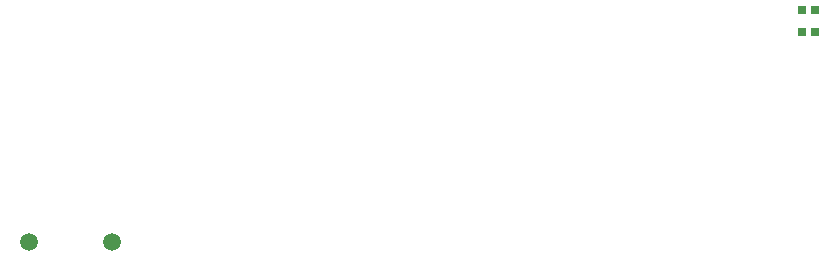
<source format=gbr>
%TF.GenerationSoftware,KiCad,Pcbnew,8.0.7-8.0.7-0~ubuntu22.04.1*%
%TF.CreationDate,2024-12-28T00:37:12+00:00*%
%TF.ProjectId,numcalcium,6e756d63-616c-4636-9975-6d2e6b696361,rev?*%
%TF.SameCoordinates,Original*%
%TF.FileFunction,Soldermask,Top*%
%TF.FilePolarity,Negative*%
%FSLAX46Y46*%
G04 Gerber Fmt 4.6, Leading zero omitted, Abs format (unit mm)*
G04 Created by KiCad (PCBNEW 8.0.7-8.0.7-0~ubuntu22.04.1) date 2024-12-28 00:37:12*
%MOMM*%
%LPD*%
G01*
G04 APERTURE LIST*
%ADD10R,0.700000X0.700000*%
%ADD11C,1.500000*%
G04 APERTURE END LIST*
D10*
%TO.C,D26*%
X71427392Y30840801D03*
X70327392Y30840801D03*
X70327392Y29010801D03*
X71427392Y29010801D03*
%TD*%
D11*
%TO.C,J9*%
X4856592Y11196001D03*
X11856592Y11196001D03*
%TD*%
M02*

</source>
